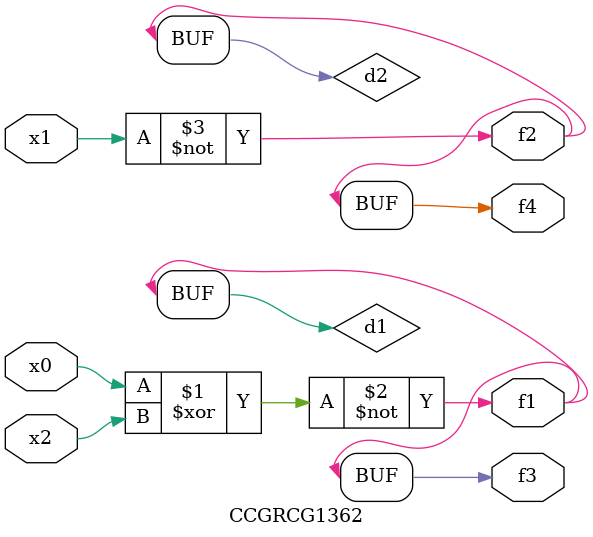
<source format=v>
module CCGRCG1362(
	input x0, x1, x2,
	output f1, f2, f3, f4
);

	wire d1, d2, d3;

	xnor (d1, x0, x2);
	nand (d2, x1);
	nor (d3, x1, x2);
	assign f1 = d1;
	assign f2 = d2;
	assign f3 = d1;
	assign f4 = d2;
endmodule

</source>
